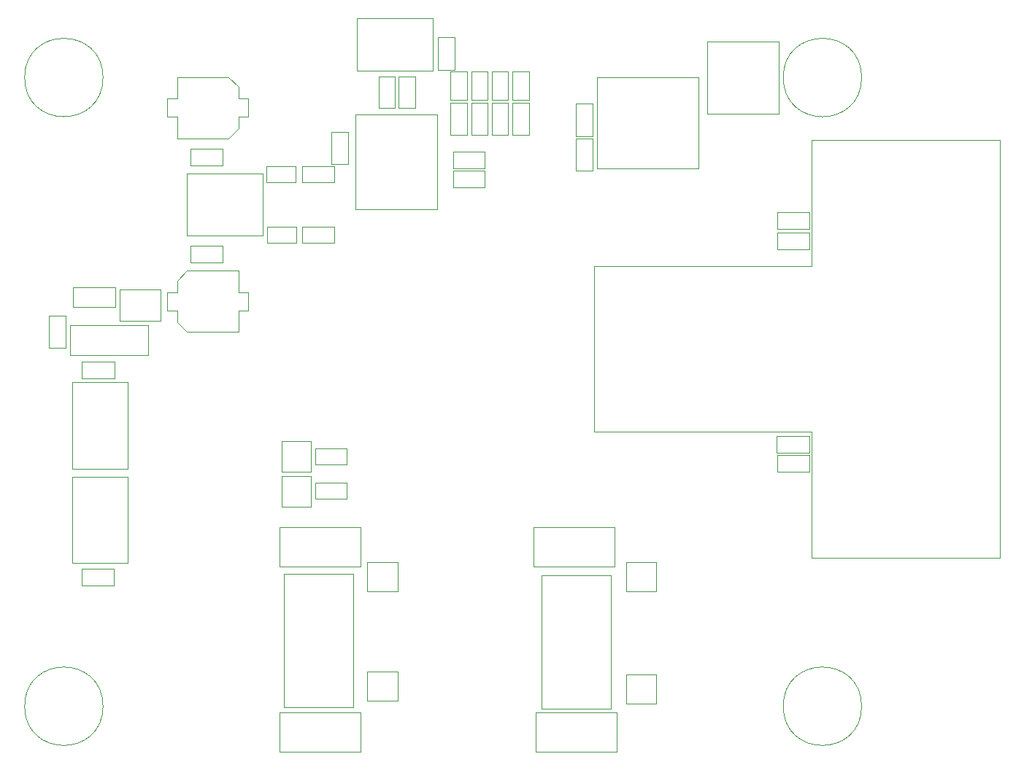
<source format=gbr>
%TF.GenerationSoftware,KiCad,Pcbnew,5.1.10*%
%TF.CreationDate,2021-12-02T21:41:10+00:00*%
%TF.ProjectId,ELE3044 - Tractor Tracker,454c4533-3034-4342-902d-205472616374,rev?*%
%TF.SameCoordinates,Original*%
%TF.FileFunction,Other,User*%
%FSLAX46Y46*%
G04 Gerber Fmt 4.6, Leading zero omitted, Abs format (unit mm)*
G04 Created by KiCad (PCBNEW 5.1.10) date 2021-12-02 21:41:10*
%MOMM*%
%LPD*%
G01*
G04 APERTURE LIST*
%ADD10C,0.050000*%
G04 APERTURE END LIST*
D10*
%TO.C,U3*%
X167850000Y-70950000D02*
X167850000Y-81550000D01*
X167850000Y-81550000D02*
X179650000Y-81550000D01*
X179650000Y-70950000D02*
X179650000Y-81550000D01*
X167850000Y-70950000D02*
X179650000Y-70950000D01*
%TO.C,D2*%
X129507500Y-81300000D02*
X132867500Y-81300000D01*
X129507500Y-83200000D02*
X129507500Y-81300000D01*
X132867500Y-83200000D02*
X129507500Y-83200000D01*
X132867500Y-81300000D02*
X132867500Y-83200000D01*
%TO.C,D7*%
X115750000Y-99750000D02*
X115750000Y-103250000D01*
X106750000Y-99750000D02*
X115750000Y-99750000D01*
X106750000Y-103250000D02*
X106750000Y-99750000D01*
X115750000Y-103250000D02*
X106750000Y-103250000D01*
%TO.C,K1*%
X131540000Y-144100000D02*
X139540000Y-144100000D01*
X139540000Y-128600000D02*
X131540000Y-128600000D01*
X139540000Y-128600000D02*
X139540000Y-144100000D01*
X131540000Y-128600000D02*
X131540000Y-144100000D01*
%TO.C,D10*%
X131000000Y-149250000D02*
X131000000Y-144750000D01*
X140400000Y-149250000D02*
X131000000Y-149250000D01*
X140400000Y-144750000D02*
X140400000Y-149250000D01*
X131000000Y-144750000D02*
X140400000Y-144750000D01*
%TO.C,H4*%
X110550000Y-144000000D02*
G75*
G03*
X110550000Y-144000000I-4550000J0D01*
G01*
%TO.C,H3*%
X110550000Y-71000000D02*
G75*
G03*
X110550000Y-71000000I-4550000J0D01*
G01*
%TO.C,H2*%
X198550000Y-144000000D02*
G75*
G03*
X198550000Y-144000000I-4550000J0D01*
G01*
%TO.C,H1*%
X198550000Y-71000000D02*
G75*
G03*
X198550000Y-71000000I-4550000J0D01*
G01*
%TO.C,U4*%
X192770000Y-92870000D02*
X167530000Y-92870000D01*
X167530000Y-112130000D02*
X192770000Y-112130000D01*
X167530000Y-92870000D02*
X167530000Y-112130000D01*
X192770000Y-112130000D02*
X192770000Y-126750000D01*
X192770000Y-126750000D02*
X214570000Y-126750000D01*
X214570000Y-126750000D02*
X214570000Y-78250000D01*
X214570000Y-78250000D02*
X192770000Y-78250000D01*
X192770000Y-78250000D02*
X192770000Y-92870000D01*
%TO.C,U2*%
X139850000Y-86300000D02*
X149350000Y-86300000D01*
X139850000Y-75300000D02*
X149350000Y-75300000D01*
X149350000Y-75300000D02*
X149350000Y-86300000D01*
X139850000Y-75300000D02*
X139850000Y-86300000D01*
%TO.C,U1*%
X120250000Y-82150000D02*
X120250000Y-89350000D01*
X120250000Y-89350000D02*
X129050000Y-89350000D01*
X129050000Y-89350000D02*
X129050000Y-82150000D01*
X129050000Y-82150000D02*
X120250000Y-82150000D01*
%TO.C,SW2*%
X106950000Y-116400000D02*
X113450000Y-116400000D01*
X113450000Y-106400000D02*
X106950000Y-106400000D01*
X106950000Y-106400000D02*
X106950000Y-116400000D01*
X113450000Y-106400000D02*
X113450000Y-116400000D01*
%TO.C,SW1*%
X106950000Y-127400000D02*
X113450000Y-127400000D01*
X113450000Y-117400000D02*
X106950000Y-117400000D01*
X106950000Y-117400000D02*
X106950000Y-127400000D01*
X113450000Y-117400000D02*
X113450000Y-127400000D01*
%TO.C,R2*%
X137350000Y-83200000D02*
X133650000Y-83200000D01*
X137350000Y-81300000D02*
X137350000Y-83200000D01*
X133650000Y-81300000D02*
X137350000Y-81300000D01*
X133650000Y-83200000D02*
X133650000Y-81300000D01*
%TO.C,R1*%
X137350000Y-90200000D02*
X133650000Y-90200000D01*
X137350000Y-88300000D02*
X137350000Y-90200000D01*
X133650000Y-88300000D02*
X137350000Y-88300000D01*
X133650000Y-90200000D02*
X133650000Y-88300000D01*
%TO.C,R6*%
X157550000Y-73950000D02*
X157550000Y-77650000D01*
X155650000Y-73950000D02*
X157550000Y-73950000D01*
X155650000Y-77650000D02*
X155650000Y-73950000D01*
X157550000Y-77650000D02*
X155650000Y-77650000D01*
%TO.C,R5*%
X155150000Y-73950000D02*
X155150000Y-77650000D01*
X153250000Y-73950000D02*
X155150000Y-73950000D01*
X153250000Y-77650000D02*
X153250000Y-73950000D01*
X155150000Y-77650000D02*
X153250000Y-77650000D01*
%TO.C,Q5*%
X174700000Y-143700000D02*
X171200000Y-143700000D01*
X174700000Y-140300000D02*
X174700000Y-143700000D01*
X171200000Y-140300000D02*
X174700000Y-140300000D01*
X171200000Y-143700000D02*
X171200000Y-140300000D01*
%TO.C,Q3*%
X174700000Y-130700000D02*
X171200000Y-130700000D01*
X174700000Y-127300000D02*
X174700000Y-130700000D01*
X171200000Y-127300000D02*
X174700000Y-127300000D01*
X171200000Y-130700000D02*
X171200000Y-127300000D01*
%TO.C,Q4*%
X144700000Y-143400000D02*
X141200000Y-143400000D01*
X144700000Y-140000000D02*
X144700000Y-143400000D01*
X141200000Y-140000000D02*
X144700000Y-140000000D01*
X141200000Y-143400000D02*
X141200000Y-140000000D01*
%TO.C,Q2*%
X144700000Y-130700000D02*
X141200000Y-130700000D01*
X144700000Y-127300000D02*
X144700000Y-130700000D01*
X141200000Y-127300000D02*
X144700000Y-127300000D01*
X141200000Y-130700000D02*
X141200000Y-127300000D01*
%TO.C,Q7*%
X131300000Y-120800000D02*
X131300000Y-117300000D01*
X134700000Y-120800000D02*
X131300000Y-120800000D01*
X134700000Y-117300000D02*
X134700000Y-120800000D01*
X131300000Y-117300000D02*
X134700000Y-117300000D01*
%TO.C,Q6*%
X131300000Y-116750000D02*
X131300000Y-113250000D01*
X134700000Y-116750000D02*
X131300000Y-116750000D01*
X134700000Y-113250000D02*
X134700000Y-116750000D01*
X131300000Y-113250000D02*
X134700000Y-113250000D01*
%TO.C,Q1*%
X112450000Y-95650000D02*
X117250000Y-95650000D01*
X117250000Y-95650000D02*
X117250000Y-99250000D01*
X117250000Y-99250000D02*
X112450000Y-99250000D01*
X112450000Y-99250000D02*
X112450000Y-95650000D01*
%TO.C,K2*%
X161440000Y-144300000D02*
X169440000Y-144300000D01*
X169440000Y-128800000D02*
X161440000Y-128800000D01*
X169440000Y-128800000D02*
X169440000Y-144300000D01*
X161440000Y-128800000D02*
X161440000Y-144300000D01*
%TO.C,J4*%
X188970000Y-75170000D02*
X180630000Y-75170000D01*
X188970000Y-75170000D02*
X188970000Y-66830000D01*
X180630000Y-66830000D02*
X180630000Y-75170000D01*
X180630000Y-66830000D02*
X188970000Y-66830000D01*
%TO.C,J2*%
X148800000Y-64097500D02*
X140000000Y-64097500D01*
X140000000Y-70197500D02*
X140000000Y-64097500D01*
X148800000Y-70197500D02*
X140000000Y-70197500D01*
X148800000Y-64097500D02*
X148800000Y-70197500D01*
%TO.C,F1*%
X107037500Y-95380000D02*
X111937500Y-95380000D01*
X107037500Y-97620000D02*
X107037500Y-95380000D01*
X111937500Y-97620000D02*
X107037500Y-97620000D01*
X111937500Y-95380000D02*
X111937500Y-97620000D01*
%TO.C,D1*%
X129570000Y-88300000D02*
X132930000Y-88300000D01*
X129570000Y-90200000D02*
X129570000Y-88300000D01*
X132930000Y-90200000D02*
X129570000Y-90200000D01*
X132930000Y-88300000D02*
X132930000Y-90200000D01*
%TO.C,D6*%
X157550000Y-70257500D02*
X157550000Y-73617500D01*
X155650000Y-70257500D02*
X157550000Y-70257500D01*
X155650000Y-73617500D02*
X155650000Y-70257500D01*
X157550000Y-73617500D02*
X155650000Y-73617500D01*
%TO.C,D5*%
X155150000Y-70257500D02*
X155150000Y-73617500D01*
X153250000Y-70257500D02*
X155150000Y-70257500D01*
X153250000Y-73617500D02*
X153250000Y-70257500D01*
X155150000Y-73617500D02*
X153250000Y-73617500D01*
%TO.C,D4*%
X152750000Y-70257500D02*
X152750000Y-73617500D01*
X150850000Y-70257500D02*
X152750000Y-70257500D01*
X150850000Y-73617500D02*
X150850000Y-70257500D01*
X152750000Y-73617500D02*
X150850000Y-73617500D01*
%TO.C,D3*%
X159950000Y-70257500D02*
X159950000Y-73617500D01*
X158050000Y-70257500D02*
X159950000Y-70257500D01*
X158050000Y-73617500D02*
X158050000Y-70257500D01*
X159950000Y-73617500D02*
X158050000Y-73617500D01*
%TO.C,D9*%
X160500000Y-127750000D02*
X160500000Y-123250000D01*
X169900000Y-127750000D02*
X160500000Y-127750000D01*
X169900000Y-123250000D02*
X169900000Y-127750000D01*
X160500000Y-123250000D02*
X169900000Y-123250000D01*
%TO.C,D11*%
X160700000Y-149250000D02*
X160700000Y-144750000D01*
X170100000Y-149250000D02*
X160700000Y-149250000D01*
X170100000Y-144750000D02*
X170100000Y-149250000D01*
X160700000Y-144750000D02*
X170100000Y-144750000D01*
%TO.C,D8*%
X131000000Y-127750000D02*
X131000000Y-123250000D01*
X140400000Y-127750000D02*
X131000000Y-127750000D01*
X140400000Y-123250000D02*
X140400000Y-127750000D01*
X131000000Y-123250000D02*
X140400000Y-123250000D01*
%TO.C,C4*%
X127400000Y-73450000D02*
X126250000Y-73450000D01*
X127400000Y-75550000D02*
X127400000Y-73450000D01*
X126250000Y-75550000D02*
X127400000Y-75550000D01*
X126250000Y-73450000D02*
X126250000Y-72100000D01*
X126250000Y-76900000D02*
X126250000Y-75550000D01*
X126250000Y-76900000D02*
X125100000Y-78050000D01*
X126250000Y-72100000D02*
X125100000Y-70950000D01*
X125100000Y-78050000D02*
X119150000Y-78050000D01*
X125100000Y-70950000D02*
X119150000Y-70950000D01*
X119150000Y-73450000D02*
X119150000Y-70950000D01*
X118000000Y-73450000D02*
X119150000Y-73450000D01*
X118000000Y-75550000D02*
X118000000Y-73450000D01*
X119150000Y-75550000D02*
X118000000Y-75550000D01*
X119150000Y-78050000D02*
X119150000Y-75550000D01*
%TO.C,C1*%
X118000000Y-98050000D02*
X119150000Y-98050000D01*
X118000000Y-95950000D02*
X118000000Y-98050000D01*
X119150000Y-95950000D02*
X118000000Y-95950000D01*
X119150000Y-98050000D02*
X119150000Y-99400000D01*
X119150000Y-94600000D02*
X119150000Y-95950000D01*
X119150000Y-94600000D02*
X120300000Y-93450000D01*
X119150000Y-99400000D02*
X120300000Y-100550000D01*
X120300000Y-93450000D02*
X126250000Y-93450000D01*
X120300000Y-100550000D02*
X126250000Y-100550000D01*
X126250000Y-98050000D02*
X126250000Y-100550000D01*
X127400000Y-98050000D02*
X126250000Y-98050000D01*
X127400000Y-95950000D02*
X127400000Y-98050000D01*
X126250000Y-95950000D02*
X127400000Y-95950000D01*
X126250000Y-93450000D02*
X126250000Y-95950000D01*
%TO.C,C7*%
X167380000Y-74057500D02*
X167380000Y-77817500D01*
X165420000Y-74057500D02*
X167380000Y-74057500D01*
X165420000Y-77817500D02*
X165420000Y-74057500D01*
X167380000Y-77817500D02*
X165420000Y-77817500D01*
%TO.C,C6*%
X165420000Y-81817500D02*
X165420000Y-78057500D01*
X167380000Y-81817500D02*
X165420000Y-81817500D01*
X167380000Y-78057500D02*
X167380000Y-81817500D01*
X165420000Y-78057500D02*
X167380000Y-78057500D01*
%TO.C,C10*%
X192517500Y-88580000D02*
X188757500Y-88580000D01*
X192517500Y-86620000D02*
X192517500Y-88580000D01*
X188757500Y-86620000D02*
X192517500Y-86620000D01*
X188757500Y-88580000D02*
X188757500Y-86620000D01*
%TO.C,C3*%
X120657500Y-79270000D02*
X124417500Y-79270000D01*
X120657500Y-81230000D02*
X120657500Y-79270000D01*
X124417500Y-81230000D02*
X120657500Y-81230000D01*
X124417500Y-79270000D02*
X124417500Y-81230000D01*
%TO.C,C2*%
X124417500Y-92480000D02*
X120657500Y-92480000D01*
X124417500Y-90520000D02*
X124417500Y-92480000D01*
X120657500Y-90520000D02*
X124417500Y-90520000D01*
X120657500Y-92480000D02*
X120657500Y-90520000D01*
%TO.C,R11*%
X151150000Y-79650000D02*
X154850000Y-79650000D01*
X151150000Y-81550000D02*
X151150000Y-79650000D01*
X154850000Y-81550000D02*
X151150000Y-81550000D01*
X154850000Y-79650000D02*
X154850000Y-81550000D01*
%TO.C,R4*%
X152750000Y-73950000D02*
X152750000Y-77650000D01*
X150850000Y-73950000D02*
X152750000Y-73950000D01*
X150850000Y-77650000D02*
X150850000Y-73950000D01*
X152750000Y-77650000D02*
X150850000Y-77650000D01*
%TO.C,R3*%
X159950000Y-73950000D02*
X159950000Y-77650000D01*
X158050000Y-73950000D02*
X159950000Y-73950000D01*
X158050000Y-77650000D02*
X158050000Y-73950000D01*
X159950000Y-77650000D02*
X158050000Y-77650000D01*
%TO.C,R13*%
X188750000Y-114850000D02*
X192450000Y-114850000D01*
X188750000Y-116750000D02*
X188750000Y-114850000D01*
X192450000Y-116750000D02*
X188750000Y-116750000D01*
X192450000Y-114850000D02*
X192450000Y-116750000D01*
%TO.C,R12*%
X154850000Y-83750000D02*
X151150000Y-83750000D01*
X154850000Y-81850000D02*
X154850000Y-83750000D01*
X151150000Y-81850000D02*
X154850000Y-81850000D01*
X151150000Y-83750000D02*
X151150000Y-81850000D01*
%TO.C,R10*%
X144850000Y-74550000D02*
X144850000Y-70850000D01*
X146750000Y-74550000D02*
X144850000Y-74550000D01*
X146750000Y-70850000D02*
X146750000Y-74550000D01*
X144850000Y-70850000D02*
X146750000Y-70850000D01*
%TO.C,R9*%
X144400000Y-70850000D02*
X144400000Y-74550000D01*
X142500000Y-70850000D02*
X144400000Y-70850000D01*
X142500000Y-74550000D02*
X142500000Y-70850000D01*
X144400000Y-74550000D02*
X142500000Y-74550000D01*
%TO.C,R8*%
X138950000Y-77350000D02*
X138950000Y-81050000D01*
X137050000Y-77350000D02*
X138950000Y-77350000D01*
X137050000Y-81050000D02*
X137050000Y-77350000D01*
X138950000Y-81050000D02*
X137050000Y-81050000D01*
%TO.C,R15*%
X135150000Y-114050000D02*
X138850000Y-114050000D01*
X135150000Y-115950000D02*
X135150000Y-114050000D01*
X138850000Y-115950000D02*
X135150000Y-115950000D01*
X138850000Y-114050000D02*
X138850000Y-115950000D01*
%TO.C,R14*%
X135150000Y-118050000D02*
X138850000Y-118050000D01*
X135150000Y-119950000D02*
X135150000Y-118050000D01*
X138850000Y-119950000D02*
X135150000Y-119950000D01*
X138850000Y-118050000D02*
X138850000Y-119950000D01*
%TO.C,R7*%
X106200000Y-98650000D02*
X106200000Y-102350000D01*
X104300000Y-98650000D02*
X106200000Y-98650000D01*
X104300000Y-102350000D02*
X104300000Y-98650000D01*
X106200000Y-102350000D02*
X104300000Y-102350000D01*
%TO.C,C9*%
X192517500Y-90980000D02*
X188757500Y-90980000D01*
X192517500Y-89020000D02*
X192517500Y-90980000D01*
X188757500Y-89020000D02*
X192517500Y-89020000D01*
X188757500Y-90980000D02*
X188757500Y-89020000D01*
%TO.C,C8*%
X188720000Y-112620000D02*
X192480000Y-112620000D01*
X188720000Y-114580000D02*
X188720000Y-112620000D01*
X192480000Y-114580000D02*
X188720000Y-114580000D01*
X192480000Y-112620000D02*
X192480000Y-114580000D01*
%TO.C,C12*%
X108120000Y-104020000D02*
X111880000Y-104020000D01*
X108120000Y-105980000D02*
X108120000Y-104020000D01*
X111880000Y-105980000D02*
X108120000Y-105980000D01*
X111880000Y-104020000D02*
X111880000Y-105980000D01*
%TO.C,C11*%
X108082500Y-128020000D02*
X111842500Y-128020000D01*
X108082500Y-129980000D02*
X108082500Y-128020000D01*
X111842500Y-129980000D02*
X108082500Y-129980000D01*
X111842500Y-128020000D02*
X111842500Y-129980000D01*
%TO.C,C5*%
X151380000Y-66332500D02*
X151380000Y-70092500D01*
X149420000Y-66332500D02*
X151380000Y-66332500D01*
X149420000Y-70092500D02*
X149420000Y-66332500D01*
X151380000Y-70092500D02*
X149420000Y-70092500D01*
%TD*%
M02*

</source>
